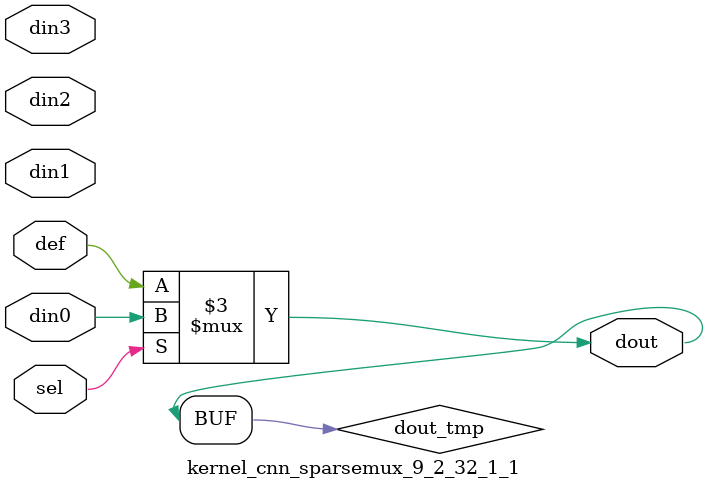
<source format=v>
`timescale 1ns / 1ps

module kernel_cnn_sparsemux_9_2_32_1_1 (din0,din1,din2,din3,def,sel,dout);

parameter din0_WIDTH = 1;

parameter din1_WIDTH = 1;

parameter din2_WIDTH = 1;

parameter din3_WIDTH = 1;

parameter def_WIDTH = 1;
parameter sel_WIDTH = 1;
parameter dout_WIDTH = 1;

parameter [sel_WIDTH-1:0] CASE0 = 1;

parameter [sel_WIDTH-1:0] CASE1 = 1;

parameter [sel_WIDTH-1:0] CASE2 = 1;

parameter [sel_WIDTH-1:0] CASE3 = 1;

parameter ID = 1;
parameter NUM_STAGE = 1;



input [din0_WIDTH-1:0] din0;

input [din1_WIDTH-1:0] din1;

input [din2_WIDTH-1:0] din2;

input [din3_WIDTH-1:0] din3;

input [def_WIDTH-1:0] def;
input [sel_WIDTH-1:0] sel;

output [dout_WIDTH-1:0] dout;



reg [dout_WIDTH-1:0] dout_tmp;

always @ (*) begin
case (sel)
    
    CASE0 : dout_tmp = din0;
    
    CASE1 : dout_tmp = din1;
    
    CASE2 : dout_tmp = din2;
    
    CASE3 : dout_tmp = din3;
    
    default : dout_tmp = def;
endcase
end


assign dout = dout_tmp;



endmodule

</source>
